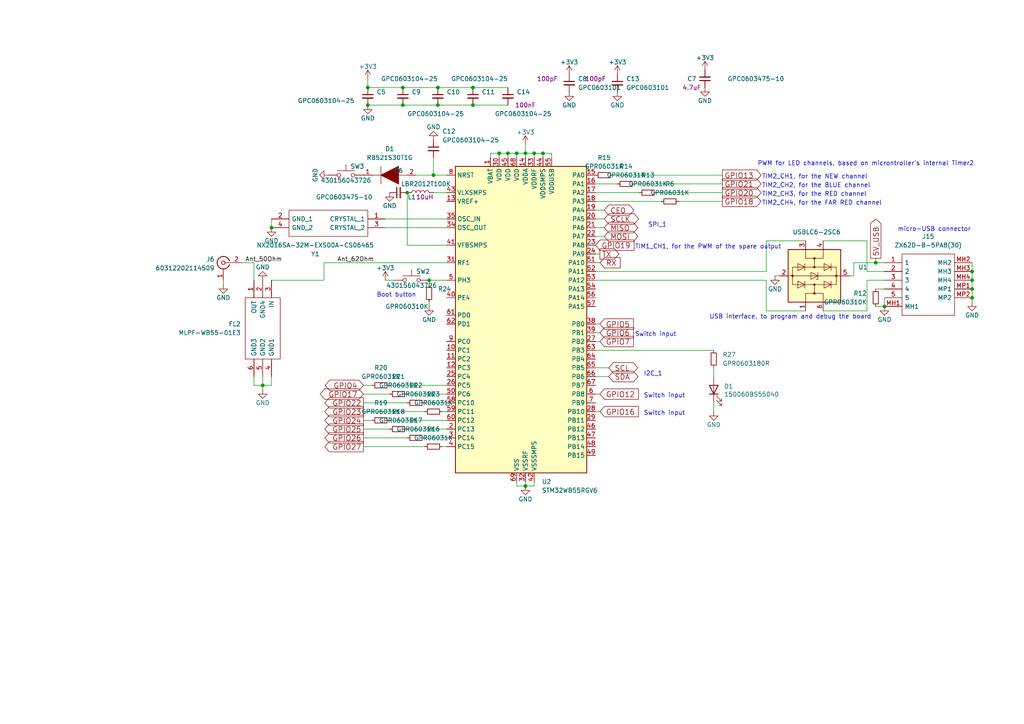
<source format=kicad_sch>
(kicad_sch (version 20230121) (generator eeschema)
  (paper "A4")
  (title_block (title "Microcontroller") (date "2023-10-13") (rev "0.7") (comment 1 "Aurélien Lesage"))
  (lib_symbols
    (symbol "Astroplant_VFR-rescue:+3.3V-power" (power) (pin_names (offset 0))
      (property "Value" "+3.3V-power" (at 0 3.556 0))
      (symbol "+3.3V-power_0_1"
        (polyline (pts (xy -0.762 1.27) (xy 0 2.54)))
        (polyline (pts (xy 0 0) (xy 0 2.54)))
        (polyline (pts (xy 0 2.54) (xy 0.762 1.27)))
      )
      (symbol "+3.3V-power_1_1"
        (pin power_in line (at 0 0 90) (length 0) hide (name "+3V3") (number "1"))
      )
    )
    (symbol "Astroplant_VFR-rescue:SW_Push-Astroplant_VFR-rescue-Astroplant_VFR-rescue" (pin_numbers hide) (pin_names (offset 1.016) hide)
      (property "Reference" "SW" (at 1.27 2.54 0))
      (property "Value" "Astroplant_VFR-rescue:SW_Push-Astroplant_VFR-rescue" (at 0 -1.524 0))
      (symbol "SW_Push-Astroplant_VFR-rescue-Astroplant_VFR-rescue_0_1"
        (circle (center -2.032 0) (radius 0.508))
        (polyline (pts (xy 0 1.27) (xy 0 3.048)))
        (polyline (pts (xy 2.54 1.27) (xy -2.54 1.27)))
        (circle (center 2.032 0) (radius 0.508))
        (pin passive line (at -5.08 0 0) (length 2.54) (name "1") (number "1"))
        (pin passive line (at 5.08 0 180) (length 2.54) (name "2") (number "2"))
      )
    )
    (symbol "Device:C_Small" (pin_numbers hide) (pin_names (offset 0.254) hide)
      (property "Reference" "C" (at 0.254 1.778 0))
      (property "Value" "C_Small" (at 0.254 -2.032 0))
      (symbol "C_Small_0_1"
        (polyline (pts (xy -1.524 -0.508) (xy 1.524 -0.508)) (stroke (width 0.3302)))
        (polyline (pts (xy -1.524 0.508) (xy 1.524 0.508)) (stroke (width 0.3048)))
      )
      (symbol "C_Small_1_1"
        (pin passive line (at 0 2.54 270) (length 2.032) (name "~") (number "1"))
        (pin passive line (at 0 -2.54 90) (length 2.032) (name "~") (number "2"))
      )
    )
    (symbol "Device:L" (pin_numbers hide) (pin_names (offset 1.016) hide)
      (property "Reference" "L" (at -1.27 0 90))
      (property "Value" "L" (at 1.905 0 90))
      (symbol "L_0_1"
        (arc (start 0 -2.54) (mid 0.6323 -1.905) (end 0 -1.27))
        (arc (start 0 -1.27) (mid 0.6323 -0.635) (end 0 0))
        (arc (start 0 0) (mid 0.6323 0.635) (end 0 1.27))
        (arc (start 0 1.27) (mid 0.6323 1.905) (end 0 2.54))
      )
      (symbol "L_1_1"
        (pin passive line (at 0 3.81 270) (length 1.27) (name "1") (number "1"))
        (pin passive line (at 0 -3.81 90) (length 1.27) (name "2") (number "2"))
      )
    )
    (symbol "Device:LED" (pin_numbers hide) (pin_names (offset 1.016) hide)
      (property "Reference" "D" (at 0 2.54 0))
      (property "Value" "LED" (at 0 -2.54 0))
      (symbol "LED_0_1"
        (polyline (pts (xy -1.27 -1.27) (xy -1.27 1.27)) (stroke (width 0.254)))
        (polyline (pts (xy -1.27 0) (xy 1.27 0)))
        (polyline (pts (xy 1.27 -1.27) (xy 1.27 1.27) (xy -1.27 0) (xy 1.27 -1.27)) (stroke (width 0.254)))
        (polyline (pts (xy -3.048 -0.762) (xy -4.572 -2.286) (xy -3.81 -2.286) (xy -4.572 -2.286) (xy -4.572 -1.524)))
        (polyline (pts (xy -1.778 -0.762) (xy -3.302 -2.286) (xy -2.54 -2.286) (xy -3.302 -2.286) (xy -3.302 -1.524)))
      )
      (symbol "LED_1_1"
        (pin passive line (at -3.81 0 0) (length 2.54) (name "K") (number "1"))
        (pin passive line (at 3.81 0 180) (length 2.54) (name "A") (number "2"))
      )
    )
    (symbol "Device:R_Small" (pin_numbers hide) (pin_names (offset 0.254) hide)
      (property "Reference" "R" (at 0.762 0.508 0))
      (property "Value" "R_Small" (at 0.762 -1.016 0))
      (symbol "R_Small_0_1"
        (rectangle (start -0.762 1.778) (end 0.762 -1.778) (stroke (width 0.2032)))
      )
      (symbol "R_Small_1_1"
        (pin passive line (at 0 2.54 270) (length 0.762) (name "~") (number "1"))
        (pin passive line (at 0 -2.54 90) (length 0.762) (name "~") (number "2"))
      )
    )
    (symbol "MCU_ST_STM32WB:STM32WB55RGVx"
      (property "Reference" "U" (at -17.78 46.99 0))
      (property "Value" "STM32WB55RGVx" (at 12.7 46.99 0))
      (symbol "STM32WB55RGVx_0_1"
        (rectangle (start -17.78 -43.18) (end 20.32 45.72) (stroke (width 0.254)) (fill (type background)))
      )
      (symbol "STM32WB55RGVx_1_1"
        (pin power_in line (at -7.62 48.26 270) (length 2.54) (name "VBAT") (number "1"))
        (pin bidirectional line (at -20.32 -7.62 0) (length 2.54) (name "PC1") (number "10"))
        (pin bidirectional line (at -20.32 -10.16 0) (length 2.54) (name "PC2") (number "11"))
        (pin bidirectional line (at -20.32 -12.7 0) (length 2.54) (name "PC3") (number "12"))
        (pin input line (at -20.32 35.56 0) (length 2.54) (name "VREF+") (number "13"))
        (pin power_in line (at 2.54 48.26 270) (length 2.54) (name "VDDA") (number "14"))
        (pin bidirectional line (at 22.86 43.18 180) (length 2.54) (name "PA0") (number "15"))
        (pin bidirectional line (at 22.86 40.64 180) (length 2.54) (name "PA1") (number "16"))
        (pin bidirectional line (at 22.86 38.1 180) (length 2.54) (name "PA2") (number "17"))
        (pin bidirectional line (at 22.86 35.56 180) (length 2.54) (name "PA3") (number "18"))
        (pin bidirectional line (at 22.86 33.02 180) (length 2.54) (name "PA4") (number "19"))
        (pin bidirectional line (at -20.32 -30.48 0) (length 2.54) (name "PC13") (number "2"))
        (pin bidirectional line (at 22.86 30.48 180) (length 2.54) (name "PA5") (number "20"))
        (pin bidirectional line (at 22.86 27.94 180) (length 2.54) (name "PA6") (number "21"))
        (pin bidirectional line (at 22.86 25.4 180) (length 2.54) (name "PA7") (number "22"))
        (pin bidirectional line (at 22.86 22.86 180) (length 2.54) (name "PA8") (number "23"))
        (pin bidirectional line (at 22.86 20.32 180) (length 2.54) (name "PA9") (number "24"))
        (pin bidirectional line (at -20.32 -15.24 0) (length 2.54) (name "PC4") (number "25"))
        (pin bidirectional line (at -20.32 -17.78 0) (length 2.54) (name "PC5") (number "26"))
        (pin bidirectional line (at 22.86 -5.08 180) (length 2.54) (name "PB2") (number "27"))
        (pin bidirectional line (at 22.86 -25.4 180) (length 2.54) (name "PB10") (number "28"))
        (pin bidirectional line (at 22.86 -27.94 180) (length 2.54) (name "PB11") (number "29"))
        (pin bidirectional line (at -20.32 -33.02 0) (length 2.54) (name "PC14") (number "3"))
        (pin power_in line (at -5.08 48.26 270) (length 2.54) (name "VDD") (number "30"))
        (pin bidirectional line (at -20.32 17.78 0) (length 2.54) (name "RF1") (number "31"))
        (pin power_in line (at 2.54 -45.72 90) (length 2.54) (name "VSSRF") (number "32"))
        (pin power_in line (at 5.08 48.26 270) (length 2.54) (name "VDDRF") (number "33"))
        (pin input line (at -20.32 27.94 0) (length 2.54) (name "OSC_OUT") (number "34"))
        (pin input line (at -20.32 30.48 0) (length 2.54) (name "OSC_IN") (number "35"))
        (pin no_connect line (at -17.78 -43.18 0) (length 2.54) hide (name "AT0") (number "36"))
        (pin no_connect line (at -17.78 -40.64 0) (length 2.54) hide (name "AT1") (number "37"))
        (pin bidirectional line (at 22.86 0 180) (length 2.54) (name "PB0") (number "38"))
        (pin bidirectional line (at 22.86 -2.54 180) (length 2.54) (name "PB1") (number "39"))
        (pin bidirectional line (at -20.32 -35.56 0) (length 2.54) (name "PC15") (number "4"))
        (pin bidirectional line (at -20.32 7.62 0) (length 2.54) (name "PE4") (number "40"))
        (pin input line (at -20.32 22.86 0) (length 2.54) (name "VFBSMPS") (number "41"))
        (pin power_in line (at 5.08 -45.72 90) (length 2.54) (name "VSSSMPS") (number "42"))
        (pin power_in line (at -20.32 38.1 0) (length 2.54) (name "VLXSMPS") (number "43"))
        (pin power_in line (at 7.62 48.26 270) (length 2.54) (name "VDDSMPS") (number "44"))
        (pin power_in line (at -2.54 48.26 270) (length 2.54) (name "VDD") (number "45"))
        (pin bidirectional line (at 22.86 -30.48 180) (length 2.54) (name "PB12") (number "46"))
        (pin bidirectional line (at 22.86 -33.02 180) (length 2.54) (name "PB13") (number "47"))
        (pin bidirectional line (at 22.86 -35.56 180) (length 2.54) (name "PB14") (number "48"))
        (pin bidirectional line (at 22.86 -38.1 180) (length 2.54) (name "PB15") (number "49"))
        (pin bidirectional line (at -20.32 12.7 0) (length 2.54) (name "PH3") (number "5"))
        (pin bidirectional line (at -20.32 -20.32 0) (length 2.54) (name "PC6") (number "50"))
        (pin bidirectional line (at 22.86 17.78 180) (length 2.54) (name "PA10") (number "51"))
        (pin bidirectional line (at 22.86 15.24 180) (length 2.54) (name "PA11") (number "52"))
        (pin bidirectional line (at 22.86 12.7 180) (length 2.54) (name "PA12") (number "53"))
        (pin bidirectional line (at 22.86 10.16 180) (length 2.54) (name "PA13") (number "54"))
        (pin power_in line (at 10.16 48.26 270) (length 2.54) (name "VDDUSB") (number "55"))
        (pin bidirectional line (at 22.86 7.62 180) (length 2.54) (name "PA14") (number "56"))
        (pin bidirectional line (at 22.86 5.08 180) (length 2.54) (name "PA15") (number "57"))
        (pin bidirectional line (at -20.32 -22.86 0) (length 2.54) (name "PC10") (number "58"))
        (pin bidirectional line (at -20.32 -25.4 0) (length 2.54) (name "PC11") (number "59"))
        (pin bidirectional line (at 22.86 -20.32 180) (length 2.54) (name "PB8") (number "6"))
        (pin bidirectional line (at -20.32 -27.94 0) (length 2.54) (name "PC12") (number "60"))
        (pin bidirectional line (at -20.32 2.54 0) (length 2.54) (name "PD0") (number "61"))
        (pin bidirectional line (at -20.32 0 0) (length 2.54) (name "PD1") (number "62"))
        (pin bidirectional line (at 22.86 -7.62 180) (length 2.54) (name "PB3") (number "63"))
        (pin bidirectional line (at 22.86 -10.16 180) (length 2.54) (name "PB4") (number "64"))
        (pin bidirectional line (at 22.86 -12.7 180) (length 2.54) (name "PB5") (number "65"))
        (pin bidirectional line (at 22.86 -15.24 180) (length 2.54) (name "PB6") (number "66"))
        (pin bidirectional line (at 22.86 -17.78 180) (length 2.54) (name "PB7") (number "67"))
        (pin power_in line (at 0 48.26 270) (length 2.54) (name "VDD") (number "68"))
        (pin power_in line (at 0 -45.72 90) (length 2.54) (name "VSS") (number "69"))
        (pin bidirectional line (at 22.86 -22.86 180) (length 2.54) (name "PB9") (number "7"))
        (pin input line (at -20.32 43.18 0) (length 2.54) (name "NRST") (number "8"))
        (pin bidirectional line (at -20.32 -5.08 0) (length 2.54) (name "PC0") (number "9"))
      )
    )
    (symbol "Power_Protection:USBLC6-2SC6" (pin_names hide)
      (property "Reference" "U" (at 2.54 8.89 0))
      (property "Value" "USBLC6-2SC6" (at 2.54 -8.89 0))
      (symbol "USBLC6-2SC6_0_1"
        (rectangle (start -7.62 -7.62) (end 7.62 7.62) (stroke (width 0.254)) (fill (type background)))
        (circle (center -5.08 0) (radius 0.254) (fill (type outline)))
        (circle (center -2.54 0) (radius 0.254) (fill (type outline)))
        (rectangle (start -2.54 6.35) (end 2.54 -6.35))
        (circle (center 0 -6.35) (radius 0.254) (fill (type outline)))
        (polyline (pts (xy -5.08 -2.54) (xy -7.62 -2.54)))
        (polyline (pts (xy -5.08 0) (xy -5.08 -2.54)))
        (polyline (pts (xy -5.08 2.54) (xy -7.62 2.54)))
        (polyline (pts (xy -1.524 -2.794) (xy -3.556 -2.794)))
        (polyline (pts (xy -1.524 4.826) (xy -3.556 4.826)))
        (polyline (pts (xy 0 -7.62) (xy 0 -6.35)))
        (polyline (pts (xy 0 -6.35) (xy 0 1.27)))
        (polyline (pts (xy 0 1.27) (xy 0 6.35)))
        (polyline (pts (xy 0 6.35) (xy 0 7.62)))
        (polyline (pts (xy 1.524 -2.794) (xy 3.556 -2.794)))
        (polyline (pts (xy 1.524 4.826) (xy 3.556 4.826)))
        (polyline (pts (xy 5.08 -2.54) (xy 7.62 -2.54)))
        (polyline (pts (xy 5.08 0) (xy 5.08 -2.54)))
        (polyline (pts (xy 5.08 2.54) (xy 7.62 2.54)))
        (polyline (pts (xy -2.54 0) (xy -5.08 0) (xy -5.08 2.54)))
        (polyline (pts (xy 2.54 0) (xy 5.08 0) (xy 5.08 2.54)))
        (polyline (pts (xy -3.556 -4.826) (xy -1.524 -4.826) (xy -2.54 -2.794) (xy -3.556 -4.826)))
        (polyline (pts (xy -3.556 2.794) (xy -1.524 2.794) (xy -2.54 4.826) (xy -3.556 2.794)))
        (polyline (pts (xy -1.016 -1.016) (xy 1.016 -1.016) (xy 0 1.016) (xy -1.016 -1.016)))
        (polyline (pts (xy 1.016 1.016) (xy 0.762 1.016) (xy -1.016 1.016) (xy -1.016 0.508)))
        (polyline (pts (xy 3.556 -4.826) (xy 1.524 -4.826) (xy 2.54 -2.794) (xy 3.556 -4.826)))
        (polyline (pts (xy 3.556 2.794) (xy 1.524 2.794) (xy 2.54 4.826) (xy 3.556 2.794)))
        (circle (center 0 6.35) (radius 0.254) (fill (type outline)))
        (circle (center 2.54 0) (radius 0.254) (fill (type outline)))
        (circle (center 5.08 0) (radius 0.254) (fill (type outline)))
      )
      (symbol "USBLC6-2SC6_1_1"
        (pin passive line (at -10.16 -2.54 0) (length 2.54) (name "I/O1") (number "1"))
        (pin passive line (at 0 -10.16 90) (length 2.54) (name "GND") (number "2"))
        (pin passive line (at 10.16 -2.54 180) (length 2.54) (name "I/O2") (number "3"))
        (pin passive line (at 10.16 2.54 180) (length 2.54) (name "I/O2") (number "4"))
        (pin passive line (at 0 10.16 270) (length 2.54) (name "VBUS") (number "5"))
        (pin passive line (at -10.16 2.54 0) (length 2.54) (name "I/O1") (number "6"))
      )
    )
    (symbol "SamacSys_Parts:60312202114509" (pin_names (offset 1.016) hide)
      (property "Reference" "J" (at 0.254 3.048 0))
      (property "Value" "60312202114509" (at 2.921 0 90))
      (symbol "60312202114509_0_1"
        (arc (start -1.778 -0.508) (mid 0.2311 -1.8066) (end 1.778 0) (stroke (width 0.254)))
        (polyline (pts (xy -2.54 0) (xy -0.508 0)))
        (polyline (pts (xy 0 -2.54) (xy 0 -1.778)))
        (circle (center 0 0) (radius 0.508) (stroke (width 0.2032)))
        (arc (start 1.778 0) (mid 0.2099 1.8101) (end -1.778 0.508) (stroke (width 0.254)))
      )
      (symbol "60312202114509_1_1"
        (pin passive line (at 0 -5.08 90) (length 2.54) (name "In") (number "1"))
        (pin passive line (at -5.08 0 0) (length 2.54) (name "GND") (number "2"))
        (pin passive line (at 0 -5.08 90) (length 2.54) hide (name "GND") (number "3"))
        (pin passive line (at 0 -5.08 90) (length 2.54) hide (name "GND") (number "4"))
        (pin passive line (at 0 -5.08 90) (length 2.54) hide (name "GND") (number "5"))
      )
    )
    (symbol "SamacSys_Parts:BAT54KFILM" (pin_names (offset 0.762))
      (property "Reference" "D" (at 11.43 5.08 0))
      (property "Value" "BAT54KFILM" (at 11.43 2.54 0))
      (symbol "BAT54KFILM_0_0"
        (pin passive line (at 0 0 0) (length 2.54) (name "~") (number "1"))
        (pin passive line (at 15.24 0 180) (length 2.54) (name "~") (number "2"))
      )
      (symbol "BAT54KFILM_0_1"
        (polyline (pts (xy 2.54 0) (xy 5.08 0)) (stroke (width 0.1524)))
        (polyline (pts (xy 5.08 2.54) (xy 5.08 -2.54)) (stroke (width 0.1524)))
        (polyline (pts (xy 10.16 0) (xy 12.7 0)) (stroke (width 0.1524)))
        (polyline (pts (xy 5.08 0) (xy 10.16 2.54) (xy 10.16 -2.54) (xy 5.08 0)) (stroke (width 0.254)) (fill (type outline)))
      )
    )
    (symbol "SamacSys_Parts:MLPF-WB55-01E3" (pin_names (offset 0.762))
      (property "Reference" "FL" (at 24.13 7.62 0))
      (property "Value" "MLPF-WB55-01E3" (at 24.13 5.08 0))
      (symbol "MLPF-WB55-01E3_0_0"
        (pin passive line (at 0 0 0) (length 5.08) (name "OUT") (number "1"))
        (pin passive line (at 0 -2.54 0) (length 5.08) (name "GND4") (number "2"))
        (pin passive line (at 0 -5.08 0) (length 5.08) (name "IN") (number "3"))
        (pin passive line (at 27.94 -5.08 180) (length 5.08) (name "GND1") (number "4"))
        (pin passive line (at 27.94 -2.54 180) (length 5.08) (name "GND2") (number "5"))
        (pin passive line (at 27.94 0 180) (length 5.08) (name "GND3") (number "6"))
      )
      (symbol "MLPF-WB55-01E3_0_1"
        (polyline (pts (xy 5.08 2.54) (xy 22.86 2.54) (xy 22.86 -7.62) (xy 5.08 -7.62) (xy 5.08 2.54)) (stroke (width 0.1524)))
      )
    )
    (symbol "SamacSys_Parts:NX2016SA-32M-EXS00A-CS06465" (pin_names (offset 0.762))
      (property "Reference" "Y1" (at 17.78 -8.89 0))
      (property "Value" "NX2016SA-32M-EXS00A-CS06465" (at 17.78 -6.35 0))
      (symbol "NX2016SA-32M-EXS00A-CS06465_0_0"
        (pin passive line (at 38.1 1.27 180) (length 5.08) (name "CRYSTAL_1") (number "1"))
        (pin passive line (at 5.08 1.27 0) (length 5.08) (name "GND_1") (number "2"))
        (pin passive line (at 38.1 -1.27 180) (length 5.08) (name "CRYSTAL_2") (number "3"))
        (pin passive line (at 5.08 -1.27 0) (length 5.08) (name "GND_2") (number "4"))
      )
      (symbol "NX2016SA-32M-EXS00A-CS06465_0_1"
        (polyline (pts (xy 10.16 -3.81) (xy 33.02 -3.81) (xy 33.02 3.81) (xy 10.16 3.81) (xy 10.16 -3.81)) (stroke (width 0.1524)))
      )
    )
    (symbol "SamacSys_Parts:ZX62D-B-5PA8_30_" (pin_names (offset 0.762))
      (property "Reference" "J" (at 21.59 7.62 0))
      (property "Value" "ZX62D-B-5PA8_30_" (at 21.59 5.08 0))
      (symbol "ZX62D-B-5PA8_30__0_0"
        (pin passive line (at 0 0 0) (length 5.08) (name "1") (number "1"))
        (pin passive line (at 0 -2.54 0) (length 5.08) (name "2") (number "2"))
        (pin passive line (at 0 -5.08 0) (length 5.08) (name "3") (number "3"))
        (pin passive line (at 0 -7.62 0) (length 5.08) (name "4") (number "4"))
        (pin passive line (at 0 -10.16 0) (length 5.08) (name "5") (number "5"))
        (pin passive line (at 0 -12.7 0) (length 5.08) (name "MH1") (number "MH1"))
        (pin passive line (at 25.4 0 180) (length 5.08) (name "MH2") (number "MH2"))
        (pin passive line (at 25.4 -2.54 180) (length 5.08) (name "MH3") (number "MH3"))
        (pin passive line (at 25.4 -5.08 180) (length 5.08) (name "MH4") (number "MH4"))
        (pin passive line (at 25.4 -7.62 180) (length 5.08) (name "MP1") (number "MP1"))
        (pin passive line (at 25.4 -10.16 180) (length 5.08) (name "MP2") (number "MP2"))
      )
      (symbol "ZX62D-B-5PA8_30__0_1"
        (polyline (pts (xy 5.08 2.54) (xy 20.32 2.54) (xy 20.32 -15.24) (xy 5.08 -15.24) (xy 5.08 2.54)) (stroke (width 0.1524)))
      )
    )
    (symbol "power:GND" (power) (pin_names (offset 0))
      (property "Value" "GND" (at 0 -3.81 0))
      (symbol "GND_0_1"
        (polyline (pts (xy 0 0) (xy 0 -1.27) (xy 1.27 -1.27) (xy 0 -2.54) (xy -1.27 -1.27) (xy 0 -1.27)))
      )
      (symbol "GND_1_1"
        (pin power_in line (at 0 0 270) (length 0) hide (name "GND") (number "1"))
      )
    )
  )
  (junction (at 106.68 25.4))
  (junction (at 127 30.48))
  (junction (at 106.68 30.48))
  (junction (at 116.84 25.4))
  (junction (at 256.54 88.9))
  (junction (at 137.16 25.4))
  (junction (at 281.94 78.74))
  (junction (at 125.73 50.8))
  (junction (at 281.94 81.28))
  (junction (at 157.48 44.45))
  (junction (at 124.46 81.28))
  (junction (at 137.16 30.48))
  (junction (at 254 76.2))
  (junction (at 78.74 66.04))
  (junction (at 127 25.4))
  (junction (at 147.32 44.45))
  (junction (at 154.94 44.45))
  (junction (at 144.78 44.45))
  (junction (at 118.11 55.88))
  (junction (at 281.94 86.36))
  (junction (at 76.2 111.76))
  (junction (at 152.4 44.45))
  (junction (at 152.4 140.97))
  (junction (at 281.94 83.82))
  (junction (at 116.84 30.48))
  (junction (at 149.86 44.45))
  (wire (pts (xy 118.11 71.12) (xy 129.54 71.12)))
  (wire (pts (xy 106.68 25.4) (xy 116.84 25.4)))
  (wire (pts (xy 254 88.9) (xy 256.54 88.9)))
  (wire (pts (xy 222.25 69.85) (xy 233.68 69.85)))
  (wire (pts (xy 254 76.2) (xy 256.54 76.2)))
  (wire (pts (xy 154.94 139.7) (xy 154.94 140.97)))
  (wire (pts (xy 281.94 86.36) (xy 281.94 87.63)))
  (wire (pts (xy 76.2 111.76) (xy 76.2 109.22)))
  (wire (pts (xy 172.72 55.88) (xy 185.42 55.88)))
  (wire (pts (xy 105.41 116.84) (xy 118.11 116.84)))
  (wire (pts (xy 69.85 76.2) (xy 73.66 76.2)))
  (wire (pts (xy 149.86 44.45) (xy 149.86 45.72)))
  (wire (pts (xy 238.76 90.17) (xy 251.46 90.17)))
  (wire (pts (xy 152.4 44.45) (xy 149.86 44.45)))
  (wire (pts (xy 176.53 106.68) (xy 172.72 106.68)))
  (wire (pts (xy 222.25 78.74) (xy 222.25 69.85)))
  (wire (pts (xy 118.11 124.46) (xy 129.54 124.46)))
  (wire (pts (xy 105.41 119.38) (xy 123.19 119.38)))
  (wire (pts (xy 93.98 81.28) (xy 78.74 81.28)))
  (wire (pts (xy 254 83.82) (xy 256.54 83.82)))
  (wire (pts (xy 173.99 99.06) (xy 172.72 99.06)))
  (wire (pts (xy 147.32 44.45) (xy 147.32 45.72)))
  (wire (pts (xy 207.01 106.68) (xy 207.01 109.22)))
  (wire (pts (xy 127 25.4) (xy 137.16 25.4)))
  (wire (pts (xy 281.94 83.82) (xy 281.94 86.36)))
  (wire (pts (xy 152.4 41.91) (xy 152.4 44.45)))
  (wire (pts (xy 137.16 30.48) (xy 147.32 30.48)))
  (wire (pts (xy 173.99 76.2) (xy 172.72 76.2)))
  (wire (pts (xy 105.41 114.3) (xy 113.03 114.3)))
  (wire (pts (xy 105.41 121.92) (xy 107.95 121.92)))
  (wire (pts (xy 222.25 90.17) (xy 222.25 81.28)))
  (wire (pts (xy 93.98 81.28) (xy 93.98 76.2)))
  (wire (pts (xy 154.94 44.45) (xy 157.48 44.45)))
  (wire (pts (xy 116.84 25.4) (xy 127 25.4)))
  (wire (pts (xy 157.48 44.45) (xy 160.02 44.45)))
  (wire (pts (xy 172.72 53.34) (xy 179.07 53.34)))
  (wire (pts (xy 256.54 86.36) (xy 256.54 88.9)))
  (wire (pts (xy 120.65 50.8) (xy 125.73 50.8)))
  (wire (pts (xy 127 30.48) (xy 137.16 30.48)))
  (wire (pts (xy 281.94 81.28) (xy 281.94 83.82)))
  (wire (pts (xy 251.46 69.85) (xy 251.46 78.74)))
  (wire (pts (xy 105.41 129.54) (xy 123.19 129.54)))
  (wire (pts (xy 177.8 50.8) (xy 209.55 50.8)))
  (wire (pts (xy 73.66 81.28) (xy 73.66 76.2)))
  (wire (pts (xy 123.19 127) (xy 129.54 127)))
  (wire (pts (xy 173.99 93.98) (xy 172.72 93.98)))
  (wire (pts (xy 175.26 63.5) (xy 172.72 63.5)))
  (wire (pts (xy 172.72 81.28) (xy 222.25 81.28)))
  (wire (pts (xy 124.46 82.55) (xy 124.46 81.28)))
  (wire (pts (xy 157.48 44.45) (xy 157.48 45.72)))
  (wire (pts (xy 281.94 76.2) (xy 281.94 78.74)))
  (wire (pts (xy 175.26 60.96) (xy 172.72 60.96)))
  (wire (pts (xy 128.27 129.54) (xy 129.54 129.54)))
  (wire (pts (xy 256.54 81.28) (xy 251.46 81.28)))
  (wire (pts (xy 281.94 78.74) (xy 281.94 81.28)))
  (wire (pts (xy 152.4 139.7) (xy 152.4 140.97)))
  (wire (pts (xy 172.72 101.6) (xy 207.01 101.6)))
  (wire (pts (xy 105.41 124.46) (xy 113.03 124.46)))
  (wire (pts (xy 73.66 111.76) (xy 76.2 111.76)))
  (wire (pts (xy 175.26 68.58) (xy 172.72 68.58)))
  (wire (pts (xy 125.73 50.8) (xy 125.73 45.72)))
  (wire (pts (xy 256.54 78.74) (xy 251.46 78.74)))
  (wire (pts (xy 254 74.93) (xy 254 76.2)))
  (wire (pts (xy 173.99 114.3) (xy 172.72 114.3)))
  (wire (pts (xy 93.98 76.2) (xy 129.54 76.2)))
  (wire (pts (xy 233.68 90.17) (xy 222.25 90.17)))
  (wire (pts (xy 176.53 109.22) (xy 172.72 109.22)))
  (wire (pts (xy 160.02 45.72) (xy 160.02 44.45)))
  (wire (pts (xy 113.03 121.92) (xy 129.54 121.92)))
  (wire (pts (xy 190.5 55.88) (xy 209.55 55.88)))
  (wire (pts (xy 207.01 119.38) (xy 207.01 116.84)))
  (wire (pts (xy 247.65 80.01) (xy 246.38 80.01)))
  (wire (pts (xy 106.68 22.86) (xy 106.68 25.4)))
  (wire (pts (xy 106.68 30.48) (xy 116.84 30.48)))
  (wire (pts (xy 78.74 66.04) (xy 78.74 63.5)))
  (wire (pts (xy 125.73 55.88) (xy 129.54 55.88)))
  (wire (pts (xy 105.41 127) (xy 118.11 127)))
  (wire (pts (xy 118.11 114.3) (xy 129.54 114.3)))
  (wire (pts (xy 147.32 44.45) (xy 144.78 44.45)))
  (wire (pts (xy 152.4 140.97) (xy 154.94 140.97)))
  (wire (pts (xy 137.16 25.4) (xy 147.32 25.4)))
  (wire (pts (xy 111.76 63.5) (xy 129.54 63.5)))
  (wire (pts (xy 149.86 44.45) (xy 147.32 44.45)))
  (wire (pts (xy 128.27 119.38) (xy 129.54 119.38)))
  (wire (pts (xy 152.4 44.45) (xy 152.4 45.72)))
  (wire (pts (xy 154.94 44.45) (xy 152.4 44.45)))
  (wire (pts (xy 173.99 96.52) (xy 172.72 96.52)))
  (wire (pts (xy 238.76 69.85) (xy 251.46 69.85)))
  (wire (pts (xy 124.46 81.28) (xy 129.54 81.28)))
  (wire (pts (xy 224.79 80.01) (xy 226.06 80.01)))
  (wire (pts (xy 251.46 81.28) (xy 251.46 90.17)))
  (wire (pts (xy 123.19 116.84) (xy 129.54 116.84)))
  (wire (pts (xy 172.72 58.42) (xy 191.77 58.42)))
  (wire (pts (xy 184.15 53.34) (xy 209.55 53.34)))
  (wire (pts (xy 172.72 78.74) (xy 222.25 78.74)))
  (wire (pts (xy 113.03 111.76) (xy 129.54 111.76)))
  (wire (pts (xy 76.2 111.76) (xy 78.74 111.76)))
  (wire (pts (xy 173.99 73.66) (xy 172.72 73.66)))
  (wire (pts (xy 144.78 44.45) (xy 144.78 45.72)))
  (wire (pts (xy 173.99 119.38) (xy 172.72 119.38)))
  (wire (pts (xy 196.85 58.42) (xy 209.55 58.42)))
  (wire (pts (xy 64.77 82.55) (xy 64.77 81.28)))
  (wire (pts (xy 116.84 30.48) (xy 127 30.48)))
  (wire (pts (xy 149.86 140.97) (xy 152.4 140.97)))
  (wire (pts (xy 76.2 111.76) (xy 76.2 113.03)))
  (wire (pts (xy 142.24 44.45) (xy 144.78 44.45)))
  (wire (pts (xy 78.74 111.76) (xy 78.74 109.22)))
  (wire (pts (xy 105.41 111.76) (xy 107.95 111.76)))
  (wire (pts (xy 142.24 45.72) (xy 142.24 44.45)))
  (wire (pts (xy 114.3 81.28) (xy 111.76 81.28)))
  (wire (pts (xy 247.65 80.01) (xy 247.65 76.2)))
  (wire (pts (xy 73.66 111.76) (xy 73.66 109.22)))
  (wire (pts (xy 129.54 50.8) (xy 125.73 50.8)))
  (wire (pts (xy 149.86 139.7) (xy 149.86 140.97)))
  (wire (pts (xy 175.26 66.04) (xy 172.72 66.04)))
  (wire (pts (xy 247.65 76.2) (xy 254 76.2)))
  (wire (pts (xy 154.94 44.45) (xy 154.94 45.72)))
  (wire (pts (xy 124.46 87.63) (xy 124.46 88.9)))
  (wire (pts (xy 118.11 55.88) (xy 118.11 71.12)))
  (wire (pts (xy 111.76 66.04) (xy 129.54 66.04)))
  (text "micro-USB connector" (at 260.35 67.31 0) (effects (font (size 1.27 1.27)) (justify left bottom)))
  (text "TIM2_CH2, for the BLUE channel" (at 220.98 54.61 0) (effects (font (size 1.27 1.27)) (justify left bottom)))
  (text "Switch input" (at 186.69 115.57 0) (effects (font (size 1.27 1.27)) (justify left bottom)))
  (text "TIM2_CH1, for the NEW channel" (at 220.98 52.07 0) (effects (font (size 1.27 1.27)) (justify left bottom)))
  (text "PWM for LED channels, based on microntroller's internal Timer2\n" (at 219.71 48.26 0) (effects (font (size 1.27 1.27)) (justify left bottom)))
  (text "Boot button\n" (at 109.22 86.36 0) (effects (font (size 1.27 1.27)) (justify left bottom)))
  (text "TIM2_CH3, for the RED channel" (at 220.98 57.15 0) (effects (font (size 1.27 1.27)) (justify left bottom)))
  (text "TIM1_CH1, for the PWM of the spare output\n" (at 184.15 72.39 0) (effects (font (size 1.27 1.27)) (justify left bottom)))
  (text "TIM2_CH4, for the FAR RED channel" (at 220.98 59.69 0) (effects (font (size 1.27 1.27)) (justify left bottom)))
  (text "Switch input" (at 186.69 120.65 0) (effects (font (size 1.27 1.27)) (justify left bottom)))
  (text "Switch input" (at 184.15 97.79 0) (effects (font (size 1.27 1.27)) (justify left bottom)))
  (text "SPI_1\n" (at 187.96 66.04 0) (effects (font (size 1.27 1.27)) (justify left bottom)))
  (text "USB interface, to program and debug the board\n" (at 205.74 92.71 0) (effects (font (size 1.27 1.27)) (justify left bottom)))
  (text "I2C_1" (at 186.69 109.22 0) (effects (font (size 1.27 1.27)) (justify left bottom)))
  (label "Ant_62Ohm" (at 97.79 76.2 0))
  (label "Ant_50Ohm" (at 71.12 76.2 0))
  (global_label "GPIO18" (shape output) (at 209.55 58.42 0) (effects (font (size 1.524 1.524))) (property "Intersheetrefs" "${INTERSHEET_REFS}" (effects hide)))
  (global_label "GPIO5" (shape input) (at 173.99 93.98 0) (effects (font (size 1.524 1.524))) (property "Intersheetrefs" "${INTERSHEET_REFS}" (effects hide)))
  (global_label "GPIO24" (shape output) (at 105.41 121.92 180) (effects (font (size 1.524 1.524))) (property "Intersheetrefs" "${INTERSHEET_REFS}" (effects hide)))
  (global_label "GPIO17" (shape bidirectional) (at 105.41 114.3 180) (effects (font (size 1.524 1.524))) (property "Intersheetrefs" "${INTERSHEET_REFS}" (effects hide)))
  (global_label "CE0" (shape bidirectional) (at 175.26 60.96 0) (effects (font (size 1.524 1.524))) (property "Intersheetrefs" "${INTERSHEET_REFS}" (effects hide)))
  (global_label "SDA" (shape bidirectional) (at 176.53 109.22 0) (effects (font (size 1.524 1.524))) (property "Intersheetrefs" "${INTERSHEET_REFS}" (effects hide)))
  (global_label "SCLK" (shape bidirectional) (at 175.26 63.5 0) (effects (font (size 1.524 1.524))) (property "Intersheetrefs" "${INTERSHEET_REFS}" (effects hide)))
  (global_label "GPIO26" (shape output) (at 105.41 127 180) (effects (font (size 1.524 1.524))) (property "Intersheetrefs" "${INTERSHEET_REFS}" (effects hide)))
  (global_label "SCL" (shape bidirectional) (at 176.53 106.68 0) (effects (font (size 1.524 1.524))) (property "Intersheetrefs" "${INTERSHEET_REFS}" (effects hide)))
  (global_label "GPIO20" (shape output) (at 209.55 55.88 0) (effects (font (size 1.524 1.524))) (property "Intersheetrefs" "${INTERSHEET_REFS}" (effects hide)))
  (global_label "GPIO25" (shape output) (at 105.41 124.46 180) (effects (font (size 1.524 1.524))) (property "Intersheetrefs" "${INTERSHEET_REFS}" (effects hide)))
  (global_label "GPIO22" (shape output) (at 105.41 116.84 180) (effects (font (size 1.524 1.524))) (property "Intersheetrefs" "${INTERSHEET_REFS}" (effects hide)))
  (global_label "GPIO6" (shape input) (at 173.99 96.52 0) (effects (font (size 1.524 1.524))) (property "Intersheetrefs" "${INTERSHEET_REFS}" (effects hide)))
  (global_label "5V_USB" (shape output) (at 254 74.93 90) (effects (font (size 1.524 1.524))) (property "Intersheetrefs" "${INTERSHEET_REFS}" (effects hide)))
  (global_label "TX" (shape output) (at 173.99 73.66 0) (effects (font (size 1.524 1.524))) (property "Intersheetrefs" "${INTERSHEET_REFS}" (effects hide)))
  (global_label "GPIO19" (shape input) (at 172.72 71.12 0) (effects (font (size 1.524 1.524))) (property "Intersheetrefs" "${INTERSHEET_REFS}" (effects hide)))
  (global_label "RX" (shape input) (at 173.99 76.2 0) (effects (font (size 1.524 1.524))) (property "Intersheetrefs" "${INTERSHEET_REFS}" (effects hide)))
  (global_label "MISO" (shape bidirectional) (at 175.26 66.04 0) (effects (font (size 1.524 1.524))) (property "Intersheetrefs" "${INTERSHEET_REFS}" (effects hide)))
  (global_label "GPIO13" (shape output) (at 209.55 50.8 0) (effects (font (size 1.524 1.524))) (property "Intersheetrefs" "${INTERSHEET_REFS}" (effects hide)))
  (global_label "GPIO27" (shape output) (at 105.41 129.54 180) (effects (font (size 1.524 1.524))) (property "Intersheetrefs" "${INTERSHEET_REFS}" (effects hide)))
  (global_label "MOSI" (shape bidirectional) (at 175.26 68.58 0) (effects (font (size 1.524 1.524))) (property "Intersheetrefs" "${INTERSHEET_REFS}" (effects hide)))
  (global_label "GPIO4" (shape bidirectional) (at 105.41 111.76 180) (effects (font (size 1.524 1.524))) (property "Intersheetrefs" "${INTERSHEET_REFS}" (effects hide)))
  (global_label "GPIO12" (shape input) (at 173.99 114.3 0) (effects (font (size 1.524 1.524))) (property "Intersheetrefs" "${INTERSHEET_REFS}" (effects hide)))
  (global_label "GPIO23" (shape output) (at 105.41 119.38 180) (effects (font (size 1.524 1.524))) (property "Intersheetrefs" "${INTERSHEET_REFS}" (effects hide)))
  (global_label "GPIO16" (shape input) (at 173.99 119.38 0) (effects (font (size 1.524 1.524))) (property "Intersheetrefs" "${INTERSHEET_REFS}" (effects hide)))
  (global_label "GPIO21" (shape output) (at 209.55 53.34 0) (effects (font (size 1.524 1.524))) (property "Intersheetrefs" "${INTERSHEET_REFS}" (effects hide)))
  (global_label "GPIO7" (shape input) (at 173.99 99.06 0) (effects (font (size 1.524 1.524))) (property "Intersheetrefs" "${INTERSHEET_REFS}" (effects hide)))
  (symbol (lib_id "Astroplant_VFR-rescue:+3.3V-power") (at 165.1 21.59 0) (unit 1)
    (property "Reference" "#PWR0116" (effects hide))
    (property "Value" "+3.3V" (at 165.1 18.034 0))
    (instances (project "Astroplant_VFR" (path "" (reference "#PWR0116") (unit 1))) (project "Astroplant_AL" (path "" (reference "#PWR0116") (unit 1)) (path "" (reference "#PWR029") (unit 1))))
  )
  (symbol (lib_id "SamacSys_Parts:ZX62D-B-5PA8_30_") (at 256.54 76.2 0) (unit 1)
    (property "Reference" "J15" (at 269.24 68.58 0))
    (property "Value" "ZX62D-B-5PA8(30)" (at 269.24 71.12 0))
    (property "Footprint" "ZX62DB5PA830" (effects hide))
    (property "Datasheet" "https://www.hirose.com/en/product/document?clcode=CL0242-0056-3-30&productname=ZX62D-B-5PA8(30)&series=ZX&documenttype=2DDrawing&lang=en&documentid=0001147958" (effects hide))
    (property "Description" "USB - micro B USB 2.0 Receptacle Connector 5 Position Surface Mount, Right Angle; Through Hole" (effects hide))
    (property "Height" "3" (effects hide))
    (property "Manufacturer_Name" "Hirose" (effects hide))
    (property "Manufacturer_Part_Number" "ZX62D-B-5PA8(30)" (effects hide))
    (property "Mouser Part Number" "798-ZX62D-B-5PA830" (effects hide))
    (property "Mouser Price/Stock" "https://www.mouser.co.uk/ProductDetail/Hirose-Connector/ZX62D-B-5PA830?qs=1Nn7v2rJFSJs6IftS%252BmZAw%3D%3D" (effects hide))
    (property "Arrow Part Number" "ZX62D-B-5PA8(30)" (effects hide))
    (property "Arrow Price/Stock" "https://www.arrow.com/en/products/zx62d-b-5pa8-30/hirose-electric?region=nac" (effects hide))
    (property "MPN" "ZX62D-B-5PA8(30)" (effects hide))
  )
  (symbol (lib_id "Device:R_Small") (at 125.73 129.54 90) (unit 1)
    (property "Reference" "R16" (at 125.73 124.46 90))
    (property "Value" "GPR06031K" (at 125.73 127 90))
    (property "Footprint" "Resistor_SMD:R_0603_1608Metric" (effects hide))
    (property "MPN" "GPR06031K" (effects hide))
  )
  (symbol (lib_id "Device:C_Small") (at 137.16 27.94 0) (unit 1)
    (property "Reference" "C11" (at 139.7 26.6763 0) (effects (justify left)))
    (property "Value" "GPC0603104-25 " (at 130.81 22.86 0) (effects (justify left)))
    (property "Footprint" "Capacitor_SMD:C_0603_1608Metric" (effects hide))
    (property "MPN" "GPC0603104-25 " (effects hide))
    (property "Capacitance" "100nF" (effects hide))
  )
  (symbol (lib_id "Astroplant_VFR-rescue:+3.3V-power") (at 152.4 41.91 0) (unit 1)
    (property "Reference" "#PWR0116" (effects hide))
    (property "Value" "+3.3V" (at 152.4 38.354 0))
    (instances (project "Astroplant_VFR" (path "" (reference "#PWR0116") (unit 1))) (project "Astroplant_AL" (path "" (reference "#PWR0116") (unit 1)) (path "" (reference "#PWR06") (unit 1))))
  )
  (symbol (lib_id "Device:LED") (at 207.01 113.03 90) (unit 1)
    (property "Reference" "D1" (at 209.9818 112.0648 90) (effects (justify right)))
    (property "Value" "150060BS55040" (at 209.9818 114.3762 90) (effects (justify right)))
    (property "Footprint" "LED_SMD:LED_0603_1608Metric" (effects hide))
    (property "Datasheet" "https://fscdn.rohm.com/en/products/databook/datasheet/opto/led/chip_mono/smlen3bc8tt86-e.pdf" (effects hide))
    (property "MPN" "150060BS55040" (effects hide))
    (property "Mouser PN" " 755-SMLEN3BC8TT86 " (effects hide))
    (property "Manufacturer_Part_Number" "150060BS55040" (effects hide))
    (instances (project "Astroplant_VFR" (path "" (reference "D1") (unit 1))) (project "Astroplant_AL" (path "" (reference "D6") (unit 1)) (path "" (reference "D6") (unit 1))))
  )
  (symbol (lib_id "Device:C_Small") (at 127 27.94 0) (unit 1)
    (property "Reference" "C10" (at 129.54 26.6763 0) (effects (justify left)))
    (property "Value" "GPC0603104-25 " (at 118.11 33.02 0) (effects (justify left)))
    (property "Footprint" "Capacitor_SMD:C_0603_1608Metric" (effects hide))
    (property "MPN" "GPC0603104-25 " (effects hide))
    (property "Capacitance" "100nF" (effects hide))
  )
  (symbol (lib_id "power:GND") (at 152.4 140.97 0) (unit 1)
    (property "Reference" "#PWR0139" (effects hide))
    (property "Value" "GND" (at 152.4 144.78 0))
    (instances (project "Astroplant_VFR" (path "" (reference "#PWR0139") (unit 1))) (project "Astroplant_AL" (path "" (reference "#PWR0139") (unit 1)) (path "" (reference "#PWR03") (unit 1))))
  )
  (symbol (lib_id "power:GND") (at 204.47 25.4 0) (unit 1)
    (property "Reference" "#PWR0139" (effects hide))
    (property "Value" "GND" (at 204.47 29.21 0))
    (instances (project "Astroplant_VFR" (path "" (reference "#PWR0139") (unit 1))) (project "Astroplant_AL" (path "" (reference "#PWR0139") (unit 1)) (path "" (reference "#PWR028") (unit 1))))
  )
  (symbol (lib_id "power:GND") (at 76.2 113.03 0) (unit 1)
    (property "Reference" "#PWR0139" (effects hide))
    (property "Value" "GND" (at 76.2 116.84 0))
    (instances (project "Astroplant_VFR" (path "" (reference "#PWR0139") (unit 1))) (project "Astroplant_AL" (path "" (reference "#PWR0139") (unit 1)) (path "" (reference "#PWR012") (unit 1))))
  )
  (symbol (lib_id "Device:C_Small") (at 116.84 27.94 0) (unit 1)
    (property "Reference" "C9" (at 119.38 26.6763 0) (effects (justify left)))
    (property "Value" "GPC0603104-25 " (at 110.49 22.86 0) (effects (justify left)))
    (property "Footprint" "Capacitor_SMD:C_0603_1608Metric" (effects hide))
    (property "MPN" "GPC0603104-25 " (effects hide))
    (property "Capacitance" "100nF" (effects hide))
  )
  (symbol (lib_id "Device:C_Small") (at 106.68 27.94 0) (unit 1)
    (property "Reference" "C5" (at 109.22 26.6763 0) (effects (justify left)))
    (property "Value" "GPC0603104-25 " (at 86.36 29.21 0) (effects (justify left)))
    (property "Footprint" "Capacitor_SMD:C_0603_1608Metric" (effects hide))
    (property "MPN" "GPC0603104-25 " (effects hide))
    (property "Capacitance" "100nF" (effects hide))
  )
  (symbol (lib_id "power:GND") (at 95.25 50.8 270) (unit 1)
    (property "Reference" "#PWR0139" (effects hide))
    (property "Value" "GND" (at 91.44 50.8 0))
    (instances (project "Astroplant_VFR" (path "" (reference "#PWR0139") (unit 1))) (project "Astroplant_AL" (path "" (reference "#PWR0139") (unit 1)) (path "" (reference "#PWR020") (unit 1))))
  )
  (symbol (lib_id "Device:R_Small") (at 207.01 104.14 180) (unit 1)
    (property "Reference" "R27" (at 209.55 102.87 0) (effects (justify right)))
    (property "Value" "GPR0603180R" (at 209.55 105.41 0) (effects (justify right)))
    (property "Footprint" "Resistor_SMD:R_0603_1608Metric" (effects hide))
    (property "MPN" "GPR0603180R" (effects hide))
    (instances (project "Astroplant_AL" (path "" (reference "R27") (unit 1)) (path "" (reference "R11") (unit 1)) (path "" (reference "R27") (unit 1))))
  )
  (symbol (lib_id "Device:R_Small") (at 115.57 124.46 90) (unit 1)
    (property "Reference" "R18" (at 115.57 119.38 90))
    (property "Value" "GPR06031K" (at 115.57 121.92 90))
    (property "Footprint" "Resistor_SMD:R_0603_1608Metric" (effects hide))
    (property "MPN" "GPR06031K" (effects hide))
  )
  (symbol (lib_id "Device:R_Small") (at 120.65 127 90) (unit 1)
    (property "Reference" "R17" (at 120.65 121.92 90))
    (property "Value" "GPR06031K" (at 120.65 124.46 90))
    (property "Footprint" "Resistor_SMD:R_0603_1608Metric" (effects hide))
    (property "MPN" "GPR06031K" (effects hide))
  )
  (symbol (lib_id "Power_Protection:USBLC6-2SC6") (at 236.22 80.01 270) (mirror x) (unit 1)
    (property "Reference" "U1" (at 248.92 77.47 90) (effects (justify left)))
    (property "Value" "USBLC6-2SC6" (at 229.87 67.31 90) (effects (justify left)))
    (property "Footprint" "Package_TO_SOT_SMD:SOT-23-6" (effects hide))
    (property "Datasheet" "https://www.st.com/resource/en/datasheet/usblc6-2.pdf" (effects hide))
    (property "MPN" "USBLC6-2SC6" (effects hide))
  )
  (symbol (lib_id "Astroplant_VFR-rescue:+3.3V-power") (at 179.07 21.59 0) (unit 1)
    (property "Reference" "#PWR0116" (effects hide))
    (property "Value" "+3.3V" (at 179.07 18.034 0))
    (instances (project "Astroplant_VFR" (path "" (reference "#PWR0116") (unit 1))) (project "Astroplant_AL" (path "" (reference "#PWR0116") (unit 1)) (path "" (reference "#PWR023") (unit 1))))
  )
  (symbol (lib_id "Device:R_Small") (at 175.26 50.8 90) (unit 1)
    (property "Reference" "R15" (at 175.26 45.72 90))
    (property "Value" "GPR06031K" (at 175.26 48.26 90))
    (property "Footprint" "Resistor_SMD:R_0603_1608Metric" (effects hide))
    (property "MPN" "GPR06031K" (effects hide))
  )
  (symbol (lib_id "power:GND") (at 281.94 87.63 0) (unit 1)
    (property "Reference" "#PWR0139" (effects hide))
    (property "Value" "GND" (at 281.94 91.44 0))
    (instances (project "Astroplant_VFR" (path "" (reference "#PWR0139") (unit 1))) (project "Astroplant_AL" (path "" (reference "#PWR0139") (unit 1)) (path "" (reference "#PWR02") (unit 1))))
  )
  (symbol (lib_id "power:GND") (at 179.07 26.67 0) (unit 1)
    (property "Reference" "#PWR0139" (effects hide))
    (property "Value" "GND" (at 179.07 30.48 0))
    (instances (project "Astroplant_VFR" (path "" (reference "#PWR0139") (unit 1))) (project "Astroplant_AL" (path "" (reference "#PWR0139") (unit 1)) (path "" (reference "#PWR022") (unit 1))))
  )
  (symbol (lib_id "power:GND") (at 124.46 88.9 0) (unit 1)
    (property "Reference" "#PWR0139" (effects hide))
    (property "Value" "GND" (at 124.46 92.71 0))
    (instances (project "Astroplant_VFR" (path "" (reference "#PWR0139") (unit 1))) (project "Astroplant_AL" (path "" (reference "#PWR0139") (unit 1)) (path "" (reference "#PWR021") (unit 1))))
  )
  (symbol (lib_id "Astroplant_VFR-rescue:+3.3V-power") (at 111.76 81.28 0) (unit 1)
    (property "Reference" "#PWR0116" (effects hide))
    (property "Value" "+3.3V" (at 111.76 77.724 0))
    (instances (project "Astroplant_VFR" (path "" (reference "#PWR0116") (unit 1))) (project "Astroplant_AL" (path "" (reference "#PWR0116") (unit 1)) (path "" (reference "#PWR031") (unit 1))))
  )
  (symbol (lib_id "Device:R_Small") (at 110.49 121.92 90) (unit 1)
    (property "Reference" "R19" (at 110.49 116.84 90))
    (property "Value" "GPR06031K" (at 110.49 119.38 90))
    (property "Footprint" "Resistor_SMD:R_0603_1608Metric" (effects hide))
    (property "MPN" "GPR06031K" (effects hide))
  )
  (symbol (lib_id "power:GND") (at 165.1 26.67 0) (unit 1)
    (property "Reference" "#PWR0139" (effects hide))
    (property "Value" "GND" (at 165.1 30.48 0))
    (instances (project "Astroplant_VFR" (path "" (reference "#PWR0139") (unit 1))) (project "Astroplant_AL" (path "" (reference "#PWR0139") (unit 1)) (path "" (reference "#PWR030") (unit 1))))
  )
  (symbol (lib_id "Device:R_Small") (at 181.61 53.34 90) (unit 1)
    (property "Reference" "R14" (at 181.61 48.26 90))
    (property "Value" "GPR06031K" (at 181.61 50.8 90))
    (property "Footprint" "Resistor_SMD:R_0603_1608Metric" (effects hide))
    (property "MPN" "GPR06031K" (effects hide))
  )
  (symbol (lib_id "Device:C_Small") (at 179.07 24.13 0) (unit 1)
    (property "Reference" "C13" (at 181.61 22.8663 0) (effects (justify left)))
    (property "Value" "GPC0603101" (at 181.61 25.4063 0) (effects (justify left)))
    (property "Footprint" "Capacitor_SMD:C_0603_1608Metric" (effects hide))
    (property "Datasheet" "https://www.vishay.com/doc?28548" (effects hide))
    (property "MPN" "GPC0603101" (effects hide))
    (property "Manufacturer_Part_Number" "GPC0603101" (effects hide))
    (property "Capacitance" "100pF" (at 172.72 22.86 0))
  )
  (symbol (lib_id "Device:R_Small") (at 187.96 55.88 90) (unit 1)
    (property "Reference" "R13" (at 187.96 50.8 90))
    (property "Value" "GPR06031K" (at 187.96 53.34 90))
    (property "Footprint" "Resistor_SMD:R_0603_1608Metric" (effects hide))
    (property "MPN" "GPR06031K" (effects hide))
  )
  (symbol (lib_id "power:GND") (at 256.54 88.9 0) (unit 1)
    (property "Reference" "#PWR0139" (effects hide))
    (property "Value" "GND" (at 256.54 92.71 0))
    (instances (project "Astroplant_VFR" (path "" (reference "#PWR0139") (unit 1))) (project "Astroplant_AL" (path "" (reference "#PWR0139") (unit 1)) (path "" (reference "#PWR05") (unit 1))))
  )
  (symbol (lib_id "Astroplant_VFR-rescue:+3.3V-power") (at 106.68 22.86 0) (unit 1)
    (property "Reference" "#PWR0116" (effects hide))
    (property "Value" "+3.3V" (at 106.68 19.304 0))
    (instances (project "Astroplant_VFR" (path "" (reference "#PWR0116") (unit 1))) (project "Astroplant_AL" (path "" (reference "#PWR0116") (unit 1)) (path "" (reference "#PWR013") (unit 1))))
  )
  (symbol (lib_id "Device:C_Small") (at 125.73 43.18 0) (unit 1)
    (property "Reference" "C12" (at 128.27 38.1 0) (effects (justify left)))
    (property "Value" "GPC0603104-25 " (at 128.27 40.64 0) (effects (justify left)))
    (property "Footprint" "Capacitor_SMD:C_0603_1608Metric" (effects hide))
    (property "MPN" "GPC0603104-25 " (effects hide))
    (property "Capacitance" "100nF" (effects hide))
  )
  (symbol (lib_id "power:GND") (at 113.03 55.88 0) (mirror y) (unit 1)
    (property "Reference" "#PWR0139" (effects hide))
    (property "Value" "GND" (at 113.03 59.69 0))
    (instances (project "Astroplant_VFR" (path "" (reference "#PWR0139") (unit 1))) (project "Astroplant_AL" (path "" (reference "#PWR0139") (unit 1)) (path "" (reference "#PWR018") (unit 1))))
  )
  (symbol (lib_id "Device:R_Small") (at 194.31 58.42 90) (unit 1)
    (property "Reference" "R6" (at 194.31 53.34 90))
    (property "Value" "GPR06031K" (at 194.31 55.88 90))
    (property "Footprint" "Resistor_SMD:R_0603_1608Metric" (effects hide))
    (property "MPN" "GPR06031K" (effects hide))
  )
  (symbol (lib_id "Device:R_Small") (at 124.46 85.09 180) (unit 1)
    (property "Reference" "R24" (at 127 83.82 0) (effects (justify right)))
    (property "Value" "GPR060310K" (at 111.76 88.9 0) (effects (justify right)))
    (property "Footprint" "Resistor_SMD:R_0603_1608Metric" (effects hide))
    (property "MPN" "GPR060310K" (effects hide))
  )
  (symbol (lib_id "Device:R_Small") (at 110.49 111.76 90) (unit 1)
    (property "Reference" "R20" (at 110.49 106.68 90))
    (property "Value" "GPR06031K" (at 110.49 109.22 90))
    (property "Footprint" "Resistor_SMD:R_0603_1608Metric" (effects hide))
    (property "MPN" "GPR06031K" (effects hide))
  )
  (symbol (lib_id "SamacSys_Parts:MLPF-WB55-01E3") (at 73.66 81.28 90) (mirror x) (unit 1)
    (property "Reference" "FL2" (at 69.85 93.98 90) (effects (justify left)))
    (property "Value" "MLPF-WB55-01E3" (at 69.85 96.52 90) (effects (justify left)))
    (property "Footprint" "MLPFWB5501E3" (effects hide))
    (property "Datasheet" "https://www.st.com/resource/en/datasheet/mlpf-wb55-01e3.pdf" (effects hide))
    (property "Description" "RF Wireless Misc 2.4 GHz Low Pass Filter matched to STM32WB55" (effects hide))
    (property "Height" "0.7" (effects hide))
    (property "Manufacturer_Name" "STMicroelectronics" (effects hide))
    (property "Manufacturer_Part_Number" "MLPF-WB55-01E3" (effects hide))
    (property "Mouser Part Number" "511-MLPF-WB55-01E3" (effects hide))
    (property "Mouser Price/Stock" "https://www.mouser.co.uk/ProductDetail/STMicroelectronics/MLPF-WB55-01E3?qs=vLWxofP3U2xV%2FkxL9PmCDA%3D%3D" (effects hide))
    (property "Arrow Part Number" "MLPF-WB55-01E3" (effects hide))
    (property "Arrow Price/Stock" "https://www.arrow.com/en/products/mlpf-wb55-01e3/stmicroelectronics?region=nac" (effects hide))
    (property "MPN" "MLPF-WB55-01E3" (effects hide))
  )
  (symbol (lib_id "Device:L") (at 121.92 55.88 90) (unit 1)
    (property "Reference" "L1" (at 120.65 57.15 90) (effects (justify left)))
    (property "Value" "LBR2012T100K" (at 130.81 53.34 90) (effects (justify left)))
    (property "Footprint" "Inductor_SMD:L_0805_2012Metric" (effects hide))
    (property "Inductance" "10uH" (at 123.19 57.15 90))
    (property "MPN" "LBR2012T100K" (effects hide))
  )
  (symbol (lib_id "Astroplant_VFR-rescue:SW_Push-Astroplant_VFR-rescue-Astroplant_VFR-rescue") (at 100.33 50.8 0) (unit 1)
    (property "Reference" "SW3" (at 101.6 48.26 0) (effects (justify left)))
    (property "Value" "430156043726" (at 100.33 52.324 0))
    (property "Footprint" "Button_Switch_THT:SW_PUSH_6mm" (effects hide))
    (property "Datasheet" "https://www.we-online.com/components/products/datasheet/430156043726.pdf" (effects hide))
    (property "MPN" "430156043726" (effects hide))
    (property "URL" "https://nl.mouser.com/ProductDetail/Wurth-Elektronik/430156043726?qs=wr8lucFkNMVvKRpwxYTfow%3D%3D" (effects hide))
    (property "Mouser Part Number" " 710-430156043726 " (effects hide))
    (instances (project "Astroplant_VFR" (path "" (reference "SW3") (unit 1))) (project "Astroplant_AL" (path "" (reference "SW3") (unit 1)) (path "" (reference "SW4") (unit 1))))
  )
  (symbol (lib_id "SamacSys_Parts:NX2016SA-32M-EXS00A-CS06465") (at 73.66 64.77 0) (unit 1)
    (property "Reference" "Y1" (at 91.44 73.66 0))
    (property "Value" "NX2016SA-32M-EXS00A-CS06465" (at 91.44 71.12 0))
    (property "Footprint" "NX2016SA32MEXS00ACS06465" (effects hide))
    (property "Datasheet" "http://www.ndk.com/images/products/catalog/c_NX2016SA_e.pdf" (effects hide))
    (property "Description" "CRYSTAL 32MHZ 10PF SMD" (effects hide))
    (property "Height" "0.5" (effects hide))
    (property "Manufacturer_Name" "NDK" (effects hide))
    (property "Manufacturer_Part_Number" "NX2016SA-32M-EXS00A-CS06465" (effects hide))
    (property "Mouser Part Number" "344-NX2016SA32S06465" (effects hide))
    (property "Mouser Price/Stock" "https://www.mouser.co.uk/ProductDetail/NDK/NX2016SA-32M-EXS00A-CS06465?qs=w%2Fv1CP2dgqr82b0JjRnv4A%3D%3D" (effects hide))
    (property "MPN" "NX2016SA-32M-EXS00A-CS06465" (effects hide))
  )
  (symbol (lib_id "Device:R_Small") (at 125.73 119.38 90) (unit 1)
    (property "Reference" "R23" (at 125.73 114.3 90))
    (property "Value" "GPR06031K" (at 125.73 116.84 90))
    (property "Footprint" "Resistor_SMD:R_0603_1608Metric" (effects hide))
    (property "MPN" "GPR06031K" (effects hide))
  )
  (symbol (lib_id "power:GND") (at 224.79 80.01 0) (unit 1)
    (property "Reference" "#PWR0139" (effects hide))
    (property "Value" "GND" (at 224.79 83.82 0))
    (instances (project "Astroplant_VFR" (path "" (reference "#PWR0139") (unit 1))) (project "Astroplant_AL" (path "" (reference "#PWR0139") (unit 1)) (path "" (reference "#PWR01") (unit 1))))
  )
  (symbol (lib_id "power:GND") (at 76.2 81.28 180) (unit 1)
    (property "Reference" "#PWR0139" (effects hide))
    (property "Value" "GND" (at 76.2 77.47 0))
    (instances (project "Astroplant_VFR" (path "" (reference "#PWR0139") (unit 1))) (project "Astroplant_AL" (path "" (reference "#PWR0139") (unit 1)) (path "" (reference "#PWR016") (unit 1))))
  )
  (symbol (lib_id "power:GND") (at 207.01 119.38 0) (unit 1)
    (property "Reference" "#PWR0127" (effects hide))
    (property "Value" "GND" (at 207.01 123.19 0))
    (instances (project "Astroplant_VFR" (path "" (reference "#PWR0127") (unit 1))) (project "Astroplant_AL" (path "" (reference "#PWR04") (unit 1)) (path "" (reference "#PWR04") (unit 1))))
  )
  (symbol (lib_id "MCU_ST_STM32WB:STM32WB55RGVx") (at 149.86 93.98 0) (unit 1)
    (property "Reference" "U2" (at 157.1341 139.7 0) (effects (justify left)))
    (property "Value" "STM32WB55RGV6" (at 157.1341 142.24 0) (effects (justify left)))
    (property "Footprint" "Package_DFN_QFN:QFN-68-1EP_8x8mm_P0.4mm_EP6.4x6.4mm" (effects hide))
    (property "Datasheet" "https://www.st.com/resource/en/datasheet/stm32wb55rg.pdf" (effects hide))
    (property "MPN" "STM32WB55RGV6" (effects hide))
  )
  (symbol (lib_id "power:GND") (at 78.74 66.04 0) (mirror y) (unit 1)
    (property "Reference" "#PWR0139" (effects hide))
    (property "Value" "GND" (at 78.74 69.85 0))
    (instances (project "Astroplant_VFR" (path "" (reference "#PWR0139") (unit 1))) (project "Astroplant_AL" (path "" (reference "#PWR0139") (unit 1)) (path "" (reference "#PWR034") (unit 1))))
  )
  (symbol (lib_id "SamacSys_Parts:BAT54KFILM") (at 105.41 50.8 0) (unit 1)
    (property "Reference" "D1" (at 113.03 43.18 0))
    (property "Value" "RB521S30T1G" (at 113.03 45.72 0))
    (property "Footprint" "SamacSys_Parts:SODFL1608X70N" (effects hide))
    (property "Datasheet" "http://www.st.com/web/en/resource/technical/document/datasheet/CD00001322.pdf" (effects hide))
    (property "Description" "Schottky Diode,  0.2A max, 40V 5ns, 2-Pin, SOD523" (effects hide))
    (property "Height" "0.7" (effects hide))
    (property "MPN" "RB521S30T1G" (effects hide))
  )
  (symbol (lib_id "Device:R_Small") (at 115.57 114.3 90) (unit 1)
    (property "Reference" "R21" (at 115.57 109.22 90))
    (property "Value" "GPR06031K" (at 115.57 111.76 90))
    (property "Footprint" "Resistor_SMD:R_0603_1608Metric" (effects hide))
    (property "MPN" "GPR06031K" (effects hide))
  )
  (symbol (lib_id "SamacSys_Parts:60312202114509") (at 64.77 76.2 0) (mirror y) (unit 1)
    (property "Reference" "J6" (at 62.23 75.2232 0) (effects (justify left)))
    (property "Value" "60312202114509" (at 62.23 77.7632 0) (effects (justify left)))
    (property "Footprint" "SamacSys_Parts:60312202114509" (effects hide))
    (property "Datasheet" " ~" (effects hide))
    (property "MPN" "60312202114509" (effects hide))
  )
  (symbol (lib_id "power:GND") (at 125.73 40.64 180) (unit 1)
    (property "Reference" "#PWR0139" (effects hide))
    (property "Value" "GND" (at 125.73 36.83 0))
    (instances (project "Astroplant_VFR" (path "" (reference "#PWR0139") (unit 1))) (project "Astroplant_AL" (path "" (reference "#PWR0139") (unit 1)) (path "" (reference "#PWR015") (unit 1))))
  )
  (symbol (lib_id "Device:C_Small") (at 165.1 24.13 0) (unit 1)
    (property "Reference" "C8" (at 167.64 22.8663 0) (effects (justify left)))
    (property "Value" "GPC0603101" (at 167.64 25.4063 0) (effects (justify left)))
    (property "Footprint" "Capacitor_SMD:C_0603_1608Metric" (effects hide))
    (property "Datasheet" "https://www.vishay.com/doc?28548" (effects hide))
    (property "MPN" "GPC0603101" (effects hide))
    (property "Manufacturer_Part_Number" "GPC0603101" (effects hide))
    (property "Capacitance" "100pF" (at 158.75 22.86 0))
  )
  (symbol (lib_id "Astroplant_VFR-rescue:+3.3V-power") (at 204.47 20.32 0) (unit 1)
    (property "Reference" "#PWR0116" (effects hide))
    (property "Value" "+3.3V" (at 204.47 16.764 0))
    (instances (project "Astroplant_VFR" (path "" (reference "#PWR0116") (unit 1))) (project "Astroplant_AL" (path "" (reference "#PWR0116") (unit 1)) (path "" (reference "#PWR027") (unit 1))))
  )
  (symbol (lib_id "Device:C_Small") (at 204.47 22.86 180) (unit 1)
    (property "Reference" "C7" (at 200.66 22.86 0))
    (property "Value" "GPC0603475-10 " (at 219.71 22.86 0))
    (property "Footprint" "Capacitor_SMD:C_0603_1608Metric" (effects hide))
    (property "Capacitance" "4.7uF" (at 200.66 25.4 0))
    (property "MPN" "GPC0603475-10 " (effects hide))
  )
  (symbol (lib_id "power:GND") (at 64.77 82.55 0) (unit 1)
    (property "Reference" "#PWR0139" (effects hide))
    (property "Value" "GND" (at 64.77 86.36 0))
    (instances (project "Astroplant_VFR" (path "" (reference "#PWR0139") (unit 1))) (project "Astroplant_AL" (path "" (reference "#PWR0139") (unit 1)) (path "" (reference "#PWR017") (unit 1))))
  )
  (symbol (lib_id "Astroplant_VFR-rescue:SW_Push-Astroplant_VFR-rescue-Astroplant_VFR-rescue") (at 119.38 81.28 0) (unit 1)
    (property "Reference" "SW2" (at 120.65 78.74 0) (effects (justify left)))
    (property "Value" "430156043726" (at 119.38 82.804 0))
    (property "Footprint" "Button_Switch_THT:SW_PUSH_6mm" (effects hide))
    (property "Datasheet" "https://www.we-online.com/components/products/datasheet/430156043726.pdf" (effects hide))
    (property "MPN" "430156043726" (effects hide))
    (property "URL" "https://nl.mouser.com/ProductDetail/Wurth-Elektronik/430156043726?qs=wr8lucFkNMVvKRpwxYTfow%3D%3D" (effects hide))
    (property "Mouser Part Number" " 710-430156043726 " (effects hide))
    (instances (project "Astroplant_VFR" (path "" (reference "SW2") (unit 1))) (project "Astroplant_AL" (path "" (reference "SW2") (unit 1)) (path "" (reference "SW5") (unit 1))))
  )
  (symbol (lib_id "Device:R_Small") (at 254 86.36 0) (mirror x) (unit 1)
    (property "Reference" "R12" (at 251.46 85.09 0) (effects (justify right)))
    (property "Value" "GPR060310K" (at 251.46 87.63 0) (effects (justify right)))
    (property "Footprint" "Resistor_SMD:R_0603_1608Metric" (effects hide))
    (property "MPN" "GPR060310K" (effects hide))
  )
  (symbol (lib_id "power:GND") (at 106.68 30.48 0) (unit 1)
    (property "Reference" "#PWR0139" (effects hide))
    (property "Value" "GND" (at 106.68 34.29 0))
    (instances (project "Astroplant_VFR" (path "" (reference "#PWR0139") (unit 1))) (project "Astroplant_AL" (path "" (reference "#PWR0139") (unit 1)) (path "" (reference "#PWR019") (unit 1))))
  )
  (symbol (lib_id "Device:C_Small") (at 115.57 55.88 90) (unit 1)
    (property "Reference" "C6" (at 115.5763 49.53 90))
    (property "Value" "GPC0603475-10 " (at 100.33 57.15 90))
    (property "Footprint" "Capacitor_SMD:C_0603_1608Metric" (effects hide))
    (property "Capacitance" "4.7uF" (effects hide))
    (property "MPN" "GPC0603475-10 " (effects hide))
  )
  (symbol (lib_id "Device:C_Small") (at 147.32 27.94 0) (unit 1)
    (property "Reference" "C14" (at 149.86 26.6763 0) (effects (justify left)))
    (property "Value" "GPC0603104-25 " (at 143.51 33.02 0) (effects (justify left)))
    (property "Footprint" "Capacitor_SMD:C_0603_1608Metric" (effects hide))
    (property "MPN" "GPC0603104-25 " (effects hide))
    (property "Capacitance" "100nF" (at 152.4 30.48 0))
  )
  (symbol (lib_id "Device:R_Small") (at 120.65 116.84 90) (unit 1)
    (property "Reference" "R22" (at 120.65 111.76 90))
    (property "Value" "GPR06031K" (at 120.65 114.3 90))
    (property "Footprint" "Resistor_SMD:R_0603_1608Metric" (effects hide))
    (property "MPN" "GPR06031K" (effects hide))
  )
)
</source>
